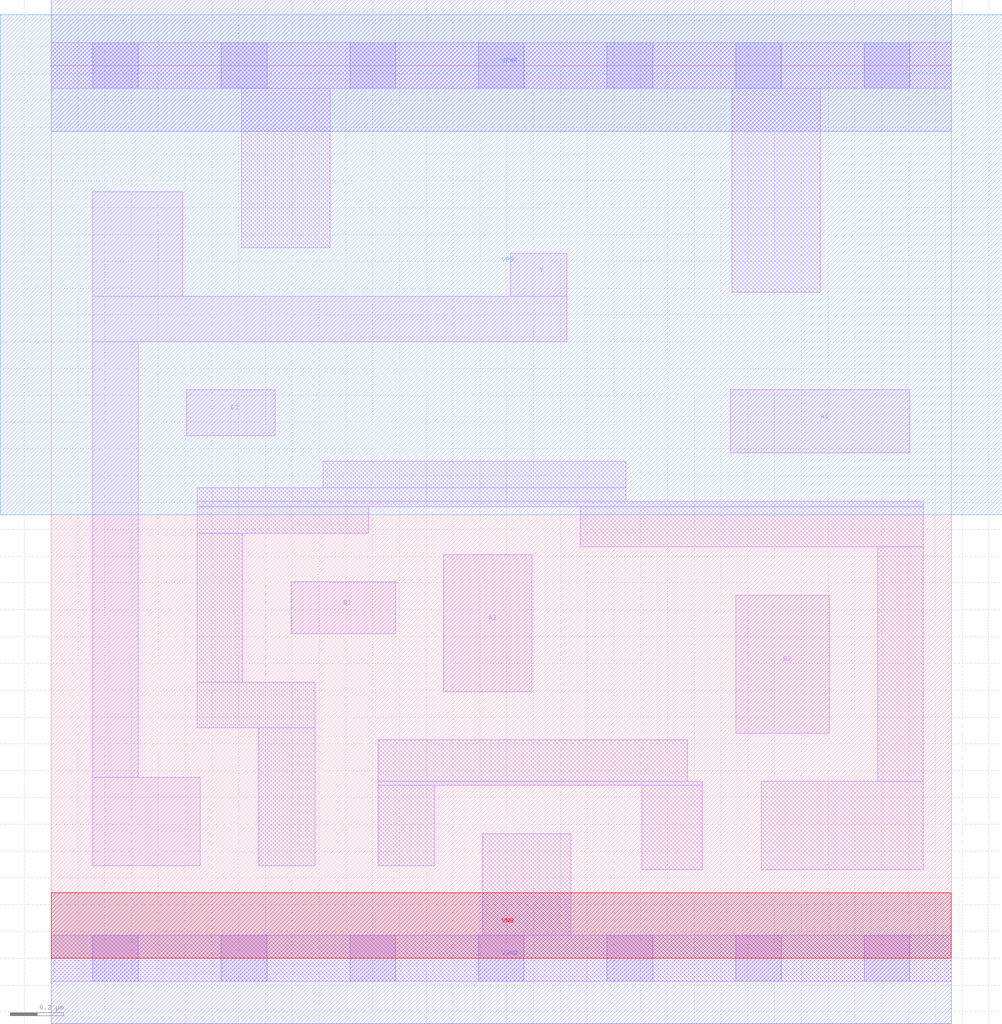
<source format=lef>
# Copyright 2020 The SkyWater PDK Authors
#
# Licensed under the Apache License, Version 2.0 (the "License");
# you may not use this file except in compliance with the License.
# You may obtain a copy of the License at
#
#     https://www.apache.org/licenses/LICENSE-2.0
#
# Unless required by applicable law or agreed to in writing, software
# distributed under the License is distributed on an "AS IS" BASIS,
# WITHOUT WARRANTIES OR CONDITIONS OF ANY KIND, either express or implied.
# See the License for the specific language governing permissions and
# limitations under the License.
#
# SPDX-License-Identifier: Apache-2.0

VERSION 5.7 ;
  NOWIREEXTENSIONATPIN ON ;
  DIVIDERCHAR "/" ;
  BUSBITCHARS "[]" ;
MACRO sky130_fd_sc_lp__o221ai_m
  CLASS CORE ;
  FOREIGN sky130_fd_sc_lp__o221ai_m ;
  ORIGIN  0.000000  0.000000 ;
  SIZE  3.360000 BY  3.330000 ;
  SYMMETRY X Y R90 ;
  SITE unit ;
  PIN A1
    ANTENNAGATEAREA  0.126000 ;
    DIRECTION INPUT ;
    USE SIGNAL ;
    PORT
      LAYER li1 ;
        RECT 2.535000 1.885000 3.205000 2.120000 ;
    END
  END A1
  PIN A2
    ANTENNAGATEAREA  0.126000 ;
    DIRECTION INPUT ;
    USE SIGNAL ;
    PORT
      LAYER li1 ;
        RECT 1.465000 0.995000 1.795000 1.505000 ;
    END
  END A2
  PIN B1
    ANTENNAGATEAREA  0.126000 ;
    DIRECTION INPUT ;
    USE SIGNAL ;
    PORT
      LAYER li1 ;
        RECT 0.895000 1.210000 1.285000 1.405000 ;
    END
  END B1
  PIN B2
    ANTENNAGATEAREA  0.126000 ;
    DIRECTION INPUT ;
    USE SIGNAL ;
    PORT
      LAYER li1 ;
        RECT 2.555000 0.840000 2.905000 1.355000 ;
    END
  END B2
  PIN C1
    ANTENNAGATEAREA  0.126000 ;
    DIRECTION INPUT ;
    USE SIGNAL ;
    PORT
      LAYER li1 ;
        RECT 0.505000 1.950000 0.835000 2.120000 ;
    END
  END C1
  PIN Y
    ANTENNADIFFAREA  0.441250 ;
    DIRECTION OUTPUT ;
    USE SIGNAL ;
    PORT
      LAYER li1 ;
        RECT 0.155000 0.345000 0.555000 0.675000 ;
        RECT 0.155000 0.675000 0.325000 2.300000 ;
        RECT 0.155000 2.300000 1.925000 2.470000 ;
        RECT 0.155000 2.470000 0.490000 2.860000 ;
        RECT 1.715000 2.470000 1.925000 2.630000 ;
    END
  END Y
  PIN VGND
    DIRECTION INOUT ;
    USE GROUND ;
    PORT
      LAYER met1 ;
        RECT 0.000000 -0.245000 3.360000 0.245000 ;
    END
  END VGND
  PIN VNB
    DIRECTION INOUT ;
    USE GROUND ;
    PORT
      LAYER pwell ;
        RECT 0.000000 0.000000 3.360000 0.245000 ;
    END
  END VNB
  PIN VPB
    DIRECTION INOUT ;
    USE POWER ;
    PORT
      LAYER nwell ;
        RECT -0.190000 1.655000 3.550000 3.520000 ;
    END
  END VPB
  PIN VPWR
    DIRECTION INOUT ;
    USE POWER ;
    PORT
      LAYER met1 ;
        RECT 0.000000 3.085000 3.360000 3.575000 ;
    END
  END VPWR
  OBS
    LAYER li1 ;
      RECT 0.000000 -0.085000 3.360000 0.085000 ;
      RECT 0.000000  3.245000 3.360000 3.415000 ;
      RECT 0.545000  0.860000 0.985000 1.030000 ;
      RECT 0.545000  1.030000 0.715000 1.585000 ;
      RECT 0.545000  1.585000 1.185000 1.685000 ;
      RECT 0.545000  1.685000 3.255000 1.705000 ;
      RECT 0.545000  1.705000 2.145000 1.755000 ;
      RECT 0.710000  2.650000 1.040000 3.245000 ;
      RECT 0.775000  0.345000 0.985000 0.860000 ;
      RECT 1.015000  1.755000 2.145000 1.855000 ;
      RECT 1.220000  0.345000 1.430000 0.645000 ;
      RECT 1.220000  0.645000 2.430000 0.660000 ;
      RECT 1.220000  0.660000 2.375000 0.815000 ;
      RECT 1.610000  0.085000 1.940000 0.465000 ;
      RECT 1.975000  1.535000 3.255000 1.685000 ;
      RECT 2.205000  0.330000 2.430000 0.645000 ;
      RECT 2.540000  2.485000 2.870000 3.245000 ;
      RECT 2.650000  0.330000 3.255000 0.660000 ;
      RECT 3.085000  0.660000 3.255000 1.535000 ;
    LAYER mcon ;
      RECT 0.155000 -0.085000 0.325000 0.085000 ;
      RECT 0.155000  3.245000 0.325000 3.415000 ;
      RECT 0.635000 -0.085000 0.805000 0.085000 ;
      RECT 0.635000  3.245000 0.805000 3.415000 ;
      RECT 1.115000 -0.085000 1.285000 0.085000 ;
      RECT 1.115000  3.245000 1.285000 3.415000 ;
      RECT 1.595000 -0.085000 1.765000 0.085000 ;
      RECT 1.595000  3.245000 1.765000 3.415000 ;
      RECT 2.075000 -0.085000 2.245000 0.085000 ;
      RECT 2.075000  3.245000 2.245000 3.415000 ;
      RECT 2.555000 -0.085000 2.725000 0.085000 ;
      RECT 2.555000  3.245000 2.725000 3.415000 ;
      RECT 3.035000 -0.085000 3.205000 0.085000 ;
      RECT 3.035000  3.245000 3.205000 3.415000 ;
  END
END sky130_fd_sc_lp__o221ai_m
END LIBRARY

</source>
